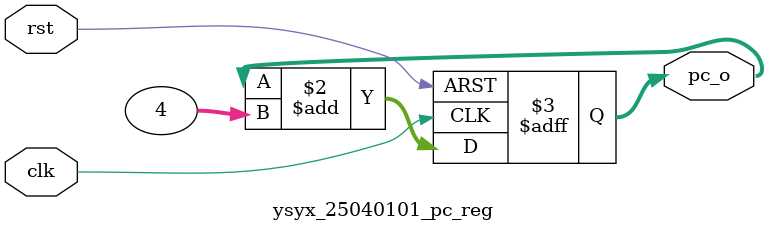
<source format=v>
module ysyx_25040101_pc_reg (
	input wire clk,
	input wire rst,
	// to ifetch
	output reg[31:0] pc_o
);

	always @(posedge clk or posedge rst) begin
		if (rst) pc_o <= 32'h80000000;
		else pc_o <= pc_o + 4;
	end
endmodule

</source>
